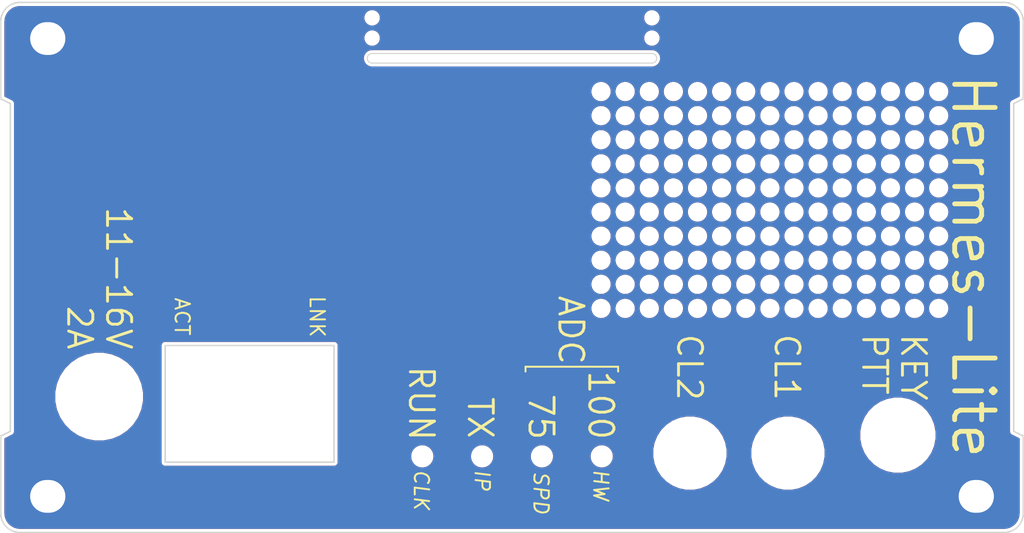
<source format=kicad_pcb>
(kicad_pcb (version 20171130) (host pcbnew "(5.1.8)-1")
  (title_block (date 2020-03-17))
  (layers (0 F.Cu signal) (31 B.Cu signal) (34 B.Paste user) (35 F.Paste user) (36 B.SilkS user) (37 F.SilkS user) (38 B.Mask user) (39 F.Mask user) (44 Edge.Cuts user))
  (net 0 "")
  (net 1 GND)
  (module endcaplib:basic_front (layer F.Cu) (at 60.2 97.4)
    (fp_text reference REF** hide)
    (fp_text value power_ethernet)
    (fp_line (start 24.35 -11.8) (end 24.35 0.3) (layer Edge.Cuts) (width 0.15))
    (fp_line (start 6.85 -11.8) (end 6.85 0.3) (layer Edge.Cuts) (width 0.15))
    (fp_line (start 6.85 -11.8) (end 24.35 -11.8) (layer Edge.Cuts) (width 0.15))
    (fp_line (start 6.85 0.3) (end 24.35 0.3) (layer Edge.Cuts) (width 0.15))
    (pad "" np_thru_hole circle (at 71.4 -0.635) (size 7 7) (drill 7) (layers *.Cu *.Mask))
    (pad "" np_thru_hole circle (at 61.24 -0.635) (size 7 7) (drill 7) (layers *.Cu *.Mask))
    (pad "" np_thru_hole circle (at 0 -6.5) (size 8.5 8.5) (drill 8.5) (layers *.Cu *.Mask))
    (pad "" np_thru_hole circle (at 33.5 -0.3) (size 1.7 1.7) (drill 1.7) (layers *.Cu *.Mask))
    (pad "" np_thru_hole circle (at 39.7 -0.3) (size 1.7 1.7) (drill 1.7) (layers *.Cu *.Mask))
    (pad "" np_thru_hole circle (at 45.9 -0.3) (size 1.7 1.7) (drill 1.7) (layers *.Cu *.Mask))
    (pad "" np_thru_hole circle (at 52.1 -0.3) (size 1.7 1.7) (drill 1.7) (layers *.Cu *.Mask))
    (pad "" np_thru_hole circle (at 82.8 -2.5) (size 7.2 7.2) (drill 7.2) (layers *.Cu *.Mask))
  )
  (module endcaplib:mh3mm (layer F.Cu) (at 54.875 53.75)
    (fp_text reference MH1 hide)
    (fp_text value 3mm)
    (pad 1 thru_hole circle (at 0 0) (size 4.9 4.9) (drill oval 3.65 3.4) (layers *.Cu *.Mask) (net 1 GND))
  )
  (module endcaplib:mh3mm (layer F.Cu) (at 151.125 53.75)
    (fp_text reference MH2 hide)
    (fp_text value 3mm)
    (pad 1 thru_hole circle (at 0 0) (size 4.9 4.9) (drill oval 3.65 3.4) (layers *.Cu *.Mask) (net 1 GND))
  )
  (module endcaplib:mh3mm (layer F.Cu) (at 151.125 101.25)
    (fp_text reference MH3 hide)
    (fp_text value 3mm)
    (pad 1 thru_hole circle (at 0 0) (size 4.9 4.9) (drill oval 3.65 3.4) (layers *.Cu *.Mask) (net 1 GND))
  )
  (module endcaplib:mh3mm (layer F.Cu) (at 54.875 101.25)
    (fp_text reference MH4 hide)
    (fp_text value 3mm)
    (pad 1 thru_hole circle (at 0 0) (size 4.9 4.9) (drill oval 3.65 3.4) (layers *.Cu *.Mask) (net 1 GND))
  )
  (module endcaplib:cablebreak (layer F.Cu) (at 103 50)
    (fp_text reference REF** hide)
    (fp_text value cablebreak hide)
    (fp_line (start -14.5 6.3) (end 14.5 6.3) (layer Edge.Cuts) (width 0.1))
    (fp_line (start 14.5 5.3) (end -14.5 5.3) (layer Edge.Cuts) (width 0.1))
    (fp_arc (start -14.5 5.8) (end -14.5 5.3) (angle -180) (layer Edge.Cuts) (width 0.1))
    (fp_arc (start 14.5 5.8) (end 14.5 6.3) (angle -180) (layer Edge.Cuts) (width 0.1))
    (pad "" np_thru_hole circle (at 14.5 3.7) (size 1 1) (drill 1) (layers *.Cu *.Mask))
    (pad "" np_thru_hole circle (at 14.5 1.6) (size 1 1) (drill 1) (layers *.Cu *.Mask))
    (pad "" np_thru_hole circle (at -14.5 1.6) (size 1 1) (drill 1) (layers *.Cu *.Mask))
    (pad "" np_thru_hole circle (at -14.5 3.7) (size 1 1) (drill 1) (layers *.Cu *.Mask))
  )
  (module endcaplib:speakervent_larger (layer F.Cu) (at 112.23 81.75)
    (fp_text reference REF** hide)
    (fp_text value speakervent_larger)
    (pad "" np_thru_hole circle (at 35 -22.5) (size 1.4 1.4) (drill 1.4) (layers *.Cu *.Mask))
    (pad "" np_thru_hole circle (at 35 -20) (size 1.4 1.4) (drill 1.4) (layers *.Cu *.Mask))
    (pad "" np_thru_hole circle (at 35 -17.5) (size 1.4 1.4) (drill 1.4) (layers *.Cu *.Mask))
    (pad "" np_thru_hole circle (at 35 -15) (size 1.4 1.4) (drill 1.4) (layers *.Cu *.Mask))
    (pad "" np_thru_hole circle (at 35 -12.5) (size 1.4 1.4) (drill 1.4) (layers *.Cu *.Mask))
    (pad "" np_thru_hole circle (at 35 -10) (size 1.4 1.4) (drill 1.4) (layers *.Cu *.Mask))
    (pad "" np_thru_hole circle (at 35 -7.5) (size 1.4 1.4) (drill 1.4) (layers *.Cu *.Mask))
    (pad "" np_thru_hole circle (at 35 -5) (size 1.4 1.4) (drill 1.4) (layers *.Cu *.Mask))
    (pad "" np_thru_hole circle (at 35 -2.5) (size 1.4 1.4) (drill 1.4) (layers *.Cu *.Mask))
    (pad "" np_thru_hole circle (at 35 0) (size 1.4 1.4) (drill 1.4) (layers *.Cu *.Mask))
    (pad "" np_thru_hole circle (at 32.5 -22.5) (size 1.4 1.4) (drill 1.4) (layers *.Cu *.Mask))
    (pad "" np_thru_hole circle (at 32.5 -20) (size 1.4 1.4) (drill 1.4) (layers *.Cu *.Mask))
    (pad "" np_thru_hole circle (at 32.5 -17.5) (size 1.4 1.4) (drill 1.4) (layers *.Cu *.Mask))
    (pad "" np_thru_hole circle (at 32.5 -15) (size 1.4 1.4) (drill 1.4) (layers *.Cu *.Mask))
    (pad "" np_thru_hole circle (at 32.5 -12.5) (size 1.4 1.4) (drill 1.4) (layers *.Cu *.Mask))
    (pad "" np_thru_hole circle (at 32.5 -10) (size 1.4 1.4) (drill 1.4) (layers *.Cu *.Mask))
    (pad "" np_thru_hole circle (at 32.5 -7.5) (size 1.4 1.4) (drill 1.4) (layers *.Cu *.Mask))
    (pad "" np_thru_hole circle (at 32.5 -5) (size 1.4 1.4) (drill 1.4) (layers *.Cu *.Mask))
    (pad "" np_thru_hole circle (at 32.5 -2.5) (size 1.4 1.4) (drill 1.4) (layers *.Cu *.Mask))
    (pad "" np_thru_hole circle (at 32.5 0) (size 1.4 1.4) (drill 1.4) (layers *.Cu *.Mask))
    (pad "" np_thru_hole circle (at 30 -22.5) (size 1.4 1.4) (drill 1.4) (layers *.Cu *.Mask))
    (pad "" np_thru_hole circle (at 30 -20) (size 1.4 1.4) (drill 1.4) (layers *.Cu *.Mask))
    (pad "" np_thru_hole circle (at 30 -17.5) (size 1.4 1.4) (drill 1.4) (layers *.Cu *.Mask))
    (pad "" np_thru_hole circle (at 30 -15) (size 1.4 1.4) (drill 1.4) (layers *.Cu *.Mask))
    (pad "" np_thru_hole circle (at 30 -12.5) (size 1.4 1.4) (drill 1.4) (layers *.Cu *.Mask))
    (pad "" np_thru_hole circle (at 30 -10) (size 1.4 1.4) (drill 1.4) (layers *.Cu *.Mask))
    (pad "" np_thru_hole circle (at 30 -7.5) (size 1.4 1.4) (drill 1.4) (layers *.Cu *.Mask))
    (pad "" np_thru_hole circle (at 30 -5) (size 1.4 1.4) (drill 1.4) (layers *.Cu *.Mask))
    (pad "" np_thru_hole circle (at 30 -2.5) (size 1.4 1.4) (drill 1.4) (layers *.Cu *.Mask))
    (pad "" np_thru_hole circle (at 30 0) (size 1.4 1.4) (drill 1.4) (layers *.Cu *.Mask))
    (pad "" np_thru_hole circle (at 27.5 -22.5) (size 1.4 1.4) (drill 1.4) (layers *.Cu *.Mask))
    (pad "" np_thru_hole circle (at 27.5 -20) (size 1.4 1.4) (drill 1.4) (layers *.Cu *.Mask))
    (pad "" np_thru_hole circle (at 27.5 -17.5) (size 1.4 1.4) (drill 1.4) (layers *.Cu *.Mask))
    (pad "" np_thru_hole circle (at 27.5 -15) (size 1.4 1.4) (drill 1.4) (layers *.Cu *.Mask))
    (pad "" np_thru_hole circle (at 27.5 -12.5) (size 1.4 1.4) (drill 1.4) (layers *.Cu *.Mask))
    (pad "" np_thru_hole circle (at 27.5 -10) (size 1.4 1.4) (drill 1.4) (layers *.Cu *.Mask))
    (pad "" np_thru_hole circle (at 27.5 -7.5) (size 1.4 1.4) (drill 1.4) (layers *.Cu *.Mask))
    (pad "" np_thru_hole circle (at 27.5 -5) (size 1.4 1.4) (drill 1.4) (layers *.Cu *.Mask))
    (pad "" np_thru_hole circle (at 27.5 -2.5) (size 1.4 1.4) (drill 1.4) (layers *.Cu *.Mask))
    (pad "" np_thru_hole circle (at 27.5 0) (size 1.4 1.4) (drill 1.4) (layers *.Cu *.Mask))
    (pad "" np_thru_hole circle (at 25 -22.5) (size 1.4 1.4) (drill 1.4) (layers *.Cu *.Mask))
    (pad "" np_thru_hole circle (at 22.5 -22.5) (size 1.4 1.4) (drill 1.4) (layers *.Cu *.Mask))
    (pad "" np_thru_hole circle (at 20 -22.5) (size 1.4 1.4) (drill 1.4) (layers *.Cu *.Mask))
    (pad "" np_thru_hole circle (at 17.5 -22.5) (size 1.4 1.4) (drill 1.4) (layers *.Cu *.Mask))
    (pad "" np_thru_hole circle (at 15 -22.5) (size 1.4 1.4) (drill 1.4) (layers *.Cu *.Mask))
    (pad "" np_thru_hole circle (at 12.5 -22.5) (size 1.4 1.4) (drill 1.4) (layers *.Cu *.Mask))
    (pad "" np_thru_hole circle (at 10 -22.5) (size 1.4 1.4) (drill 1.4) (layers *.Cu *.Mask))
    (pad "" np_thru_hole circle (at 7.5 -22.5) (size 1.4 1.4) (drill 1.4) (layers *.Cu *.Mask))
    (pad "" np_thru_hole circle (at 5 -22.5) (size 1.4 1.4) (drill 1.4) (layers *.Cu *.Mask))
    (pad "" np_thru_hole circle (at 2.5 -22.5) (size 1.4 1.4) (drill 1.4) (layers *.Cu *.Mask))
    (pad "" np_thru_hole circle (at 0 -22.5) (size 1.4 1.4) (drill 1.4) (layers *.Cu *.Mask))
    (pad "" np_thru_hole circle (at 25 -20) (size 1.4 1.4) (drill 1.4) (layers *.Cu *.Mask))
    (pad "" np_thru_hole circle (at 22.5 -20) (size 1.4 1.4) (drill 1.4) (layers *.Cu *.Mask))
    (pad "" np_thru_hole circle (at 20 -20) (size 1.4 1.4) (drill 1.4) (layers *.Cu *.Mask))
    (pad "" np_thru_hole circle (at 17.5 -20) (size 1.4 1.4) (drill 1.4) (layers *.Cu *.Mask))
    (pad "" np_thru_hole circle (at 15 -20) (size 1.4 1.4) (drill 1.4) (layers *.Cu *.Mask))
    (pad "" np_thru_hole circle (at 12.5 -20) (size 1.4 1.4) (drill 1.4) (layers *.Cu *.Mask))
    (pad "" np_thru_hole circle (at 10 -20) (size 1.4 1.4) (drill 1.4) (layers *.Cu *.Mask))
    (pad "" np_thru_hole circle (at 7.5 -20) (size 1.4 1.4) (drill 1.4) (layers *.Cu *.Mask))
    (pad "" np_thru_hole circle (at 5 -20) (size 1.4 1.4) (drill 1.4) (layers *.Cu *.Mask))
    (pad "" np_thru_hole circle (at 2.5 -20) (size 1.4 1.4) (drill 1.4) (layers *.Cu *.Mask))
    (pad "" np_thru_hole circle (at 0 -20) (size 1.4 1.4) (drill 1.4) (layers *.Cu *.Mask))
    (pad "" np_thru_hole circle (at 25 -17.5) (size 1.4 1.4) (drill 1.4) (layers *.Cu *.Mask))
    (pad "" np_thru_hole circle (at 22.5 -17.5) (size 1.4 1.4) (drill 1.4) (layers *.Cu *.Mask))
    (pad "" np_thru_hole circle (at 20 -17.5) (size 1.4 1.4) (drill 1.4) (layers *.Cu *.Mask))
    (pad "" np_thru_hole circle (at 17.5 -17.5) (size 1.4 1.4) (drill 1.4) (layers *.Cu *.Mask))
    (pad "" np_thru_hole circle (at 15 -17.5) (size 1.4 1.4) (drill 1.4) (layers *.Cu *.Mask))
    (pad "" np_thru_hole circle (at 12.5 -17.5) (size 1.4 1.4) (drill 1.4) (layers *.Cu *.Mask))
    (pad "" np_thru_hole circle (at 10 -17.5) (size 1.4 1.4) (drill 1.4) (layers *.Cu *.Mask))
    (pad "" np_thru_hole circle (at 7.5 -17.5) (size 1.4 1.4) (drill 1.4) (layers *.Cu *.Mask))
    (pad "" np_thru_hole circle (at 5 -17.5) (size 1.4 1.4) (drill 1.4) (layers *.Cu *.Mask))
    (pad "" np_thru_hole circle (at 2.5 -17.5) (size 1.4 1.4) (drill 1.4) (layers *.Cu *.Mask))
    (pad "" np_thru_hole circle (at 0 -17.5) (size 1.4 1.4) (drill 1.4) (layers *.Cu *.Mask))
    (pad "" np_thru_hole circle (at 25 -15) (size 1.4 1.4) (drill 1.4) (layers *.Cu *.Mask))
    (pad "" np_thru_hole circle (at 22.5 -15) (size 1.4 1.4) (drill 1.4) (layers *.Cu *.Mask))
    (pad "" np_thru_hole circle (at 20 -15) (size 1.4 1.4) (drill 1.4) (layers *.Cu *.Mask))
    (pad "" np_thru_hole circle (at 17.5 -15) (size 1.4 1.4) (drill 1.4) (layers *.Cu *.Mask))
    (pad "" np_thru_hole circle (at 15 -15) (size 1.4 1.4) (drill 1.4) (layers *.Cu *.Mask))
    (pad "" np_thru_hole circle (at 12.5 -15) (size 1.4 1.4) (drill 1.4) (layers *.Cu *.Mask))
    (pad "" np_thru_hole circle (at 10 -15) (size 1.4 1.4) (drill 1.4) (layers *.Cu *.Mask))
    (pad "" np_thru_hole circle (at 7.5 -15) (size 1.4 1.4) (drill 1.4) (layers *.Cu *.Mask))
    (pad "" np_thru_hole circle (at 5 -15) (size 1.4 1.4) (drill 1.4) (layers *.Cu *.Mask))
    (pad "" np_thru_hole circle (at 2.5 -15) (size 1.4 1.4) (drill 1.4) (layers *.Cu *.Mask))
    (pad "" np_thru_hole circle (at 0 -15) (size 1.4 1.4) (drill 1.4) (layers *.Cu *.Mask))
    (pad "" np_thru_hole circle (at 25 -12.5) (size 1.4 1.4) (drill 1.4) (layers *.Cu *.Mask))
    (pad "" np_thru_hole circle (at 22.5 -12.5) (size 1.4 1.4) (drill 1.4) (layers *.Cu *.Mask))
    (pad "" np_thru_hole circle (at 20 -12.5) (size 1.4 1.4) (drill 1.4) (layers *.Cu *.Mask))
    (pad "" np_thru_hole circle (at 17.5 -12.5) (size 1.4 1.4) (drill 1.4) (layers *.Cu *.Mask))
    (pad "" np_thru_hole circle (at 15 -12.5) (size 1.4 1.4) (drill 1.4) (layers *.Cu *.Mask))
    (pad "" np_thru_hole circle (at 12.5 -12.5) (size 1.4 1.4) (drill 1.4) (layers *.Cu *.Mask))
    (pad "" np_thru_hole circle (at 10 -12.5) (size 1.4 1.4) (drill 1.4) (layers *.Cu *.Mask))
    (pad "" np_thru_hole circle (at 7.5 -12.5) (size 1.4 1.4) (drill 1.4) (layers *.Cu *.Mask))
    (pad "" np_thru_hole circle (at 5 -12.5) (size 1.4 1.4) (drill 1.4) (layers *.Cu *.Mask))
    (pad "" np_thru_hole circle (at 2.5 -12.5) (size 1.4 1.4) (drill 1.4) (layers *.Cu *.Mask))
    (pad "" np_thru_hole circle (at 0 -12.5) (size 1.4 1.4) (drill 1.4) (layers *.Cu *.Mask))
    (pad "" np_thru_hole circle (at 25 -10) (size 1.4 1.4) (drill 1.4) (layers *.Cu *.Mask))
    (pad "" np_thru_hole circle (at 22.5 -10) (size 1.4 1.4) (drill 1.4) (layers *.Cu *.Mask))
    (pad "" np_thru_hole circle (at 20 -10) (size 1.4 1.4) (drill 1.4) (layers *.Cu *.Mask))
    (pad "" np_thru_hole circle (at 17.5 -10) (size 1.4 1.4) (drill 1.4) (layers *.Cu *.Mask))
    (pad "" np_thru_hole circle (at 15 -10) (size 1.4 1.4) (drill 1.4) (layers *.Cu *.Mask))
    (pad "" np_thru_hole circle (at 12.5 -10) (size 1.4 1.4) (drill 1.4) (layers *.Cu *.Mask))
    (pad "" np_thru_hole circle (at 10 -10) (size 1.4 1.4) (drill 1.4) (layers *.Cu *.Mask))
    (pad "" np_thru_hole circle (at 7.5 -10) (size 1.4 1.4) (drill 1.4) (layers *.Cu *.Mask))
    (pad "" np_thru_hole circle (at 5 -10) (size 1.4 1.4) (drill 1.4) (layers *.Cu *.Mask))
    (pad "" np_thru_hole circle (at 2.5 -10) (size 1.4 1.4) (drill 1.4) (layers *.Cu *.Mask))
    (pad "" np_thru_hole circle (at 0 -10) (size 1.4 1.4) (drill 1.4) (layers *.Cu *.Mask))
    (pad "" np_thru_hole circle (at 25 -7.5) (size 1.4 1.4) (drill 1.4) (layers *.Cu *.Mask))
    (pad "" np_thru_hole circle (at 22.5 -7.5) (size 1.4 1.4) (drill 1.4) (layers *.Cu *.Mask))
    (pad "" np_thru_hole circle (at 20 -7.5) (size 1.4 1.4) (drill 1.4) (layers *.Cu *.Mask))
    (pad "" np_thru_hole circle (at 17.5 -7.5) (size 1.4 1.4) (drill 1.4) (layers *.Cu *.Mask))
    (pad "" np_thru_hole circle (at 15 -7.5) (size 1.4 1.4) (drill 1.4) (layers *.Cu *.Mask))
    (pad "" np_thru_hole circle (at 12.5 -7.5) (size 1.4 1.4) (drill 1.4) (layers *.Cu *.Mask))
    (pad "" np_thru_hole circle (at 10 -7.5) (size 1.4 1.4) (drill 1.4) (layers *.Cu *.Mask))
    (pad "" np_thru_hole circle (at 7.5 -7.5) (size 1.4 1.4) (drill 1.4) (layers *.Cu *.Mask))
    (pad "" np_thru_hole circle (at 5 -7.5) (size 1.4 1.4) (drill 1.4) (layers *.Cu *.Mask))
    (pad "" np_thru_hole circle (at 2.5 -7.5) (size 1.4 1.4) (drill 1.4) (layers *.Cu *.Mask))
    (pad "" np_thru_hole circle (at 0 -7.5) (size 1.4 1.4) (drill 1.4) (layers *.Cu *.Mask))
    (pad "" np_thru_hole circle (at 17.5 0) (size 1.4 1.4) (drill 1.4) (layers *.Cu *.Mask))
    (pad "" np_thru_hole circle (at 17.5 -2.5) (size 1.4 1.4) (drill 1.4) (layers *.Cu *.Mask))
    (pad "" np_thru_hole circle (at 17.5 -5) (size 1.4 1.4) (drill 1.4) (layers *.Cu *.Mask))
    (pad "" np_thru_hole circle (at 7.5 0) (size 1.4 1.4) (drill 1.4) (layers *.Cu *.Mask))
    (pad "" np_thru_hole circle (at 7.5 -2.5) (size 1.4 1.4) (drill 1.4) (layers *.Cu *.Mask))
    (pad "" np_thru_hole circle (at 7.5 -5) (size 1.4 1.4) (drill 1.4) (layers *.Cu *.Mask))
    (pad "" np_thru_hole circle (at 25 -5) (size 1.4 1.4) (drill 1.4) (layers *.Cu *.Mask))
    (pad "" np_thru_hole circle (at 25 -2.5) (size 1.4 1.4) (drill 1.4) (layers *.Cu *.Mask))
    (pad "" np_thru_hole circle (at 25 0) (size 1.4 1.4) (drill 1.4) (layers *.Cu *.Mask))
    (pad "" np_thru_hole circle (at 22.5 0) (size 1.4 1.4) (drill 1.4) (layers *.Cu *.Mask))
    (pad "" np_thru_hole circle (at 22.5 -2.5) (size 1.4 1.4) (drill 1.4) (layers *.Cu *.Mask))
    (pad "" np_thru_hole circle (at 22.5 -5) (size 1.4 1.4) (drill 1.4) (layers *.Cu *.Mask))
    (pad "" np_thru_hole circle (at 20 -5) (size 1.4 1.4) (drill 1.4) (layers *.Cu *.Mask))
    (pad "" np_thru_hole circle (at 20 -2.5) (size 1.4 1.4) (drill 1.4) (layers *.Cu *.Mask))
    (pad "" np_thru_hole circle (at 20 0) (size 1.4 1.4) (drill 1.4) (layers *.Cu *.Mask))
    (pad "" np_thru_hole circle (at 15 -5) (size 1.4 1.4) (drill 1.4) (layers *.Cu *.Mask))
    (pad "" np_thru_hole circle (at 12.5 -5) (size 1.4 1.4) (drill 1.4) (layers *.Cu *.Mask))
    (pad "" np_thru_hole circle (at 10 -5) (size 1.4 1.4) (drill 1.4) (layers *.Cu *.Mask))
    (pad "" np_thru_hole circle (at 10 -2.5) (size 1.4 1.4) (drill 1.4) (layers *.Cu *.Mask))
    (pad "" np_thru_hole circle (at 12.5 -2.5) (size 1.4 1.4) (drill 1.4) (layers *.Cu *.Mask))
    (pad "" np_thru_hole circle (at 15 -2.5) (size 1.4 1.4) (drill 1.4) (layers *.Cu *.Mask))
    (pad "" np_thru_hole circle (at 15 0) (size 1.4 1.4) (drill 1.4) (layers *.Cu *.Mask))
    (pad "" np_thru_hole circle (at 12.5 0) (size 1.4 1.4) (drill 1.4) (layers *.Cu *.Mask))
    (pad "" np_thru_hole circle (at 10 0) (size 1.4 1.4) (drill 1.4) (layers *.Cu *.Mask))
    (pad "" np_thru_hole circle (at 5 -5) (size 1.4 1.4) (drill 1.4) (layers *.Cu *.Mask))
    (pad "" np_thru_hole circle (at 2.5 -5) (size 1.4 1.4) (drill 1.4) (layers *.Cu *.Mask))
    (pad "" np_thru_hole circle (at 0 -5) (size 1.4 1.4) (drill 1.4) (layers *.Cu *.Mask))
    (pad "" np_thru_hole circle (at 0 -2.5) (size 1.4 1.4) (drill 1.4) (layers *.Cu *.Mask))
    (pad "" np_thru_hole circle (at 2.5 -2.5) (size 1.4 1.4) (drill 1.4) (layers *.Cu *.Mask))
    (pad "" np_thru_hole circle (at 5 -2.5) (size 1.4 1.4) (drill 1.4) (layers *.Cu *.Mask))
    (pad "" np_thru_hole circle (at 5 0) (size 1.4 1.4) (drill 1.4) (layers *.Cu *.Mask))
    (pad "" np_thru_hole circle (at 2.5 0) (size 1.4 1.4) (drill 1.4) (layers *.Cu *.Mask))
    (pad "" np_thru_hole circle (at 0 0) (size 1.4 1.4) (drill 1.4) (layers *.Cu *.Mask))
  )
  (gr_text ADC (at 109.1 84 270) (layer F.SilkS) (effects (font (size 2.5 2.5) (thickness 0.3))))
  (gr_line (start 114 87.8) (end 114 88.3) (layer F.SilkS) (width 0.2))
  (gr_line (start 104.4 87.8) (end 104.4 88.3) (layer F.SilkS) (width 0.2))
  (gr_line (start 114 87.8) (end 104.4 87.8) (layer F.SilkS) (width 0.2))
  (gr_text CL2 (at 121.4 84.2 270) (layer F.SilkS) (effects (font (size 2.5 2.5) (thickness 0.3)) (justify left)))
  (gr_text CL1 (at 131.5 84.2 270) (layer F.SilkS) (effects (font (size 2.5 2.5) (thickness 0.3)) (justify left)))
  (gr_text LNK (at 82.8 82.6 270) (layer F.SilkS) (effects (font (size 1.5 1.5) (thickness 0.2))))
  (gr_text ACT (at 68.8 82.6 270) (layer F.SilkS) (effects (font (size 1.5 1.5) (thickness 0.2))))
  (gr_text HW (at 112.2 100.1 270) (layer F.SilkS) (effects (font (size 1.5 1.5) (thickness 0.2) italic)))
  (gr_text SPD (at 106 100.9 270) (layer F.SilkS) (effects (font (size 1.5 1.5) (thickness 0.2) italic)))
  (gr_text IP (at 99.9 99.6 270) (layer F.SilkS) (effects (font (size 1.5 1.5) (thickness 0.2) italic)))
  (gr_text CLK (at 93.6 100.6 270) (layer F.SilkS) (effects (font (size 1.5 1.5) (thickness 0.2) italic)))
  (gr_text RUN (at 93.6 91.6 270) (layer F.SilkS) (effects (font (size 2.5 2.5) (thickness 0.3))))
  (gr_text TX (at 99.7 93.1 270) (layer F.SilkS) (effects (font (size 2.5 2.5) (thickness 0.3))))
  (gr_text 100 (at 112.2 91.8 270) (layer F.SilkS) (effects (font (size 2.5 2.5) (thickness 0.3))))
  (gr_text 75 (at 106 93 270) (layer F.SilkS) (effects (font (size 2.5 2.5) (thickness 0.3))))
  (gr_text "11-16V\n2A" (at 60.2 86.2 270) (layer F.SilkS) (effects (font (size 2.5 2.5) (thickness 0.3)) (justify right)))
  (gr_text "KEY\nPTT" (at 142.6 84.2 270) (layer F.SilkS) (effects (font (size 2.5 2.5) (thickness 0.3)) (justify left)))
  (gr_text Hermes-Lite (at 150.8 77.4 270) (layer F.SilkS) (effects (font (size 4.2 4.2) (thickness 0.5))))
  (gr_arc (start 154 52) (end 156 52) (angle -90) (layer Edge.Cuts) (width 0.15))
  (gr_arc (start 154 103) (end 154 105) (angle -90) (layer Edge.Cuts) (width 0.15))
  (gr_arc (start 52 103) (end 50 103) (angle -90) (layer Edge.Cuts) (width 0.15))
  (gr_arc (start 52 52) (end 52 50) (angle -90) (layer Edge.Cuts) (width 0.15))
  (gr_line (start 50 60) (end 50 52) (layer Edge.Cuts) (width 0.15))
  (gr_line (start 51 60.5) (end 50 60) (layer Edge.Cuts) (width 0.15))
  (gr_line (start 51 94.5) (end 51 60.5) (layer Edge.Cuts) (width 0.15))
  (gr_line (start 50 95) (end 51 94.5) (layer Edge.Cuts) (width 0.15))
  (gr_line (start 50 103) (end 50 95) (layer Edge.Cuts) (width 0.15))
  (gr_line (start 154 105) (end 52 105) (layer Edge.Cuts) (width 0.15))
  (gr_line (start 156 95) (end 156 103) (layer Edge.Cuts) (width 0.15))
  (gr_line (start 155 94.5) (end 156 95) (layer Edge.Cuts) (width 0.15))
  (gr_line (start 156 60) (end 155 60.5) (layer Edge.Cuts) (width 0.15))
  (gr_line (start 155 60.5) (end 155 94.5) (layer Edge.Cuts) (width 0.15))
  (gr_line (start 156 52) (end 156 60) (layer Edge.Cuts) (width 0.15))
  (gr_line (start 52 50) (end 154 50) (layer Edge.Cuts) (width 0.15))
  (zone (net 1) (net_name GND) (layer F.Cu) (connect_pads (clearance 0.3)) (min_thickness 0.2) (fill yes (arc_segments 16) (thermal_gap 0.3) (thermal_bridge_width 0.8))
    (polygon (pts (xy 50 50) (xy 50 105) (xy 156 105) (xy 156 50)))
  )
  (zone (net 1) (net_name GND) (layer B.Cu) (connect_pads (clearance 0.3)) (min_thickness 0.2) (fill yes (arc_segments 16) (thermal_gap 0.3) (thermal_bridge_width 0.8))
    (polygon (pts (xy 50 50) (xy 50 105) (xy 156 105) (xy 156 50)))
  )
)
</source>
